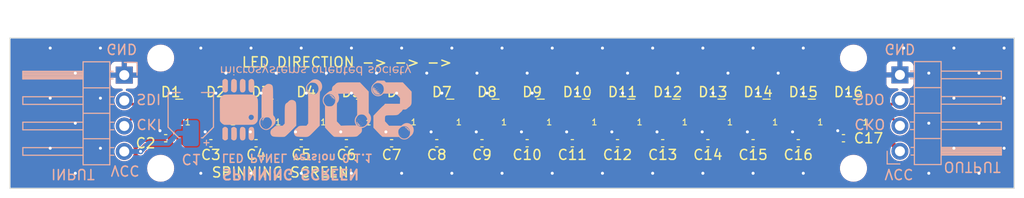
<source format=kicad_pcb>
(kicad_pcb (version 20221018) (generator pcbnew)
  (layers (0 "F.Cu" signal) (31 "B.Cu" signal) (34 "B.Paste" user) (35 "F.Paste" user) (36 "B.SilkS" user "B.Silkscreen") (37 "F.SilkS" user "F.Silkscreen") (38 "B.Mask" user) (39 "F.Mask" user) (44 "Edge.Cuts" user))
  (net 0 "")
  (net 1 "VCC")
  (net 2 "Net-(D1-CKO)")
  (net 3 "Net-(D1-SDO)")
  (net 4 "SDI")
  (net 5 "CKI")
  (net 6 "GND")
  (net 7 "Net-(D2-CKO)")
  (net 8 "Net-(D2-SDO)")
  (net 9 "Net-(D3-CKO)")
  (net 10 "Net-(D3-SDO)")
  (net 11 "Net-(D4-CKO)")
  (net 12 "Net-(D4-SDO)")
  (net 13 "Net-(D5-CKO)")
  (net 14 "Net-(D5-SDO)")
  (net 15 "Net-(D6-CKO)")
  (net 16 "Net-(D6-SDO)")
  (net 17 "Net-(D7-CKO)")
  (net 18 "Net-(D7-SDO)")
  (net 19 "/10x_Led/CKO")
  (net 20 "/10x_Led/SDO")
  (net 21 "Net-(D10-CKI)")
  (net 22 "Net-(D10-SDI)")
  (net 23 "Net-(D10-CKO)")
  (net 24 "Net-(D10-SDO)")
  (net 25 "Net-(D11-CKO)")
  (net 26 "Net-(D11-SDO)")
  (net 27 "Net-(D12-CKO)")
  (net 28 "Net-(D12-SDO)")
  (net 29 "Net-(D13-CKO)")
  (net 30 "Net-(D13-SDO)")
  (net 31 "Net-(D14-CKO)")
  (net 32 "Net-(D14-SDO)")
  (net 33 "Net-(D15-CKO)")
  (net 34 "Net-(D15-SDO)")
  (net 35 "CKO")
  (net 36 "SDO")
  (footprint "Capacitor_SMD:C_0402_1005Metric_Pad0.74x0.62mm_HandSolder" (layer "F.Cu") (at 111 79.5 180)
    (fp_text reference "C13")
    (fp_text value "100n" hide)
  )
  (footprint "LED_SMD:LED-APA102-2020" (layer "F.Cu") (at 98 76.5 180)
    (fp_text reference "D9")
    (fp_text value "APA102-2020" hide)
  )
  (footprint "LED_SMD:LED-APA102-2020" (layer "F.Cu") (at 111.5 76.5 180)
    (fp_text reference "D12")
    (fp_text value "APA102-2020" hide)
  )
  (footprint "MountingHole:MountingHole_2.2mm_M2_ISO7380" (layer "F.Cu") (at 130 71)
    (fp_text reference "H3" hide)
    (fp_text value "MountingHole" hide)
  )
  (footprint "Capacitor_SMD:C_0402_1005Metric_Pad0.74x0.62mm_HandSolder" (layer "F.Cu") (at 66 79.5 180)
    (fp_text reference "C3")
    (fp_text value "100n" hide)
  )
  (footprint "MountingHole:MountingHole_2.2mm_M2_ISO7380" (layer "F.Cu") (at 61 82)
    (fp_text reference "H1" hide)
    (fp_text value "MountingHole" hide)
  )
  (footprint "LED_SMD:LED-APA102-2020" (layer "F.Cu") (at 75.5 76.5 180)
    (fp_text reference "D4")
    (fp_text value "APA102-2020" hide)
  )
  (footprint "LED_SMD:LED-APA102-2020" (layer "F.Cu") (at 107 76.5 180)
    (fp_text reference "D11")
    (fp_text value "APA102-2020" hide)
  )
  (footprint "LED_SMD:LED-APA102-2020" (layer "F.Cu") (at 125 76.5 180)
    (fp_text reference "D15")
    (fp_text value "APA102-2020" hide)
  )
  (footprint "LED_SMD:LED-APA102-2020" (layer "F.Cu") (at 89 76.5 180)
    (fp_text reference "D7")
    (fp_text value "APA102-2020" hide)
  )
  (footprint "MountingHole:MountingHole_2.2mm_M2_ISO7380" (layer "F.Cu") (at 61 71)
    (fp_text reference "H2" hide)
    (fp_text value "MountingHole" hide)
  )
  (footprint "LED_SMD:LED-APA102-2020" (layer "F.Cu") (at 116 76.5 180)
    (fp_text reference "D13")
    (fp_text value "APA102-2020" hide)
  )
  (footprint "Capacitor_SMD:C_0402_1005Metric_Pad0.74x0.62mm_HandSolder" (layer "F.Cu") (at 129 79 180)
    (fp_text reference "C17")
    (fp_text value "100n" hide)
  )
  (footprint "Capacitor_SMD:C_0402_1005Metric_Pad0.74x0.62mm_HandSolder" (layer "F.Cu") (at 115.5 79.5 180)
    (fp_text reference "C14")
    (fp_text value "100n" hide)
  )
  (footprint "MountingHole:MountingHole_2.2mm_M2_ISO7380" (layer "F.Cu") (at 130 82)
    (fp_text reference "H4" hide)
    (fp_text value "MountingHole" hide)
  )
  (footprint "Capacitor_SMD:C_0402_1005Metric_Pad0.74x0.62mm_HandSolder" (layer "F.Cu") (at 88.5 79.5 180)
    (fp_text reference "C8")
    (fp_text value "100n" hide)
  )
  (footprint "LED_SMD:LED-APA102-2020" (layer "F.Cu") (at 71 76.5 180)
    (fp_text reference "D3")
    (fp_text value "APA102-2020" hide)
  )
  (footprint "Capacitor_SMD:C_0402_1005Metric_Pad0.74x0.62mm_HandSolder" (layer "F.Cu") (at 75 79.5 180)
    (fp_text reference "C5")
    (fp_text value "100n" hide)
  )
  (footprint "Capacitor_SMD:C_0402_1005Metric_Pad0.74x0.62mm_HandSolder" (layer "F.Cu") (at 93 79.5 180)
    (fp_text reference "C9")
    (fp_text value "100n" hide)
  )
  (footprint "LED_SMD:LED-APA102-2020" (layer "F.Cu") (at 84.5 76.5 180)
    (fp_text reference "D6")
    (fp_text value "APA102-2020" hide)
  )
  (footprint "LED_SMD:LED-APA102-2020" (layer "F.Cu") (at 62 76.5 180)
    (fp_text reference "D1")
    (fp_text value "APA102-2020" hide)
  )
  (footprint "LED_SMD:LED-APA102-2020" (layer "F.Cu") (at 120.5 76.5 180)
    (fp_text reference "D14")
    (fp_text value "APA102-2020" hide)
  )
  (footprint "LED_SMD:LED-APA102-2020" (layer "F.Cu") (at 93.5 76.5 180)
    (fp_text reference "D8")
    (fp_text value "APA102-2020" hide)
  )
  (footprint "Capacitor_SMD:C_0402_1005Metric_Pad0.74x0.62mm_HandSolder" (layer "F.Cu") (at 120 79.5 180)
    (fp_text reference "C15")
    (fp_text value "100n" hide)
  )
  (footprint "LED_SMD:LED-APA102-2020" (layer "F.Cu") (at 102.5 76.5 180)
    (fp_text reference "D10")
    (fp_text value "APA102-2020" hide)
  )
  (footprint "LED_SMD:LED-APA102-2020" (layer "F.Cu") (at 129.5 76.5 180)
    (fp_text reference "D16")
    (fp_text value "APA102-2020" hide)
  )
  (footprint "LED_SMD:LED-APA102-2020" (layer "F.Cu") (at 66.5 76.5 180)
    (fp_text reference "D2")
    (fp_text value "APA102-2020" hide)
  )
  (footprint "Capacitor_SMD:C_0402_1005Metric_Pad0.74x0.62mm_HandSolder" (layer "F.Cu") (at 70.5 79.5 180)
    (fp_text reference "C4")
    (fp_text value "100n" hide)
  )
  (footprint "Capacitor_SMD:C_0402_1005Metric_Pad0.74x0.62mm_HandSolder" (layer "F.Cu") (at 106.5 79.5 180)
    (fp_text reference "C12")
    (fp_text value "100n" hide)
  )
  (footprint "Capacitor_SMD:C_0402_1005Metric_Pad0.74x0.62mm_HandSolder" (layer "F.Cu") (at 79.5 79.5 180)
    (fp_text reference "C6")
    (fp_text value "100n" hide)
  )
  (footprint "Capacitor_SMD:C_0402_1005Metric_Pad0.74x0.62mm_HandSolder" (layer "F.Cu") (at 84 79.5 180)
    (fp_text reference "C7")
    (fp_text value "100n" hide)
  )
  (footprint "LED_SMD:LED-APA102-2020" (layer "F.Cu") (at 80 76.5 180)
    (fp_text reference "D5")
    (fp_text value "APA102-2020" hide)
  )
  (footprint "Capacitor_SMD:C_0402_1005Metric_Pad0.74x0.62mm_HandSolder" (layer "F.Cu") (at 102 79.5 180)
    (fp_text reference "C11")
    (fp_text value "100n" hide)
  )
  (footprint "Capacitor_SMD:C_0402_1005Metric_Pad0.74x0.62mm_HandSolder" (layer "F.Cu") (at 124.5 79.5 180)
    (fp_text reference "C16")
    (fp_text value "100n" hide)
  )
  (footprint "Capacitor_SMD:C_0402_1005Metric_Pad0.74x0.62mm_HandSolder" (layer "F.Cu") (at 97.5 79.5 180)
    (fp_text reference "C10")
    (fp_text value "100n" hide)
  )
  (footprint "Capacitor_SMD:C_0402_1005Metric_Pad0.74x0.62mm_HandSolder" (layer "F.Cu") (at 61.5 79 180)
    (fp_text reference "C2")
    (fp_text value "100n" hide)
  )
  (footprint "Capacitor_SMD:CP_Elec_4x5.4" (layer "B.Cu") (at 64 76.7 90)
    (fp_text reference "C1" hide)
    (fp_text value "10u" hide)
  )
  (footprint "Connector_PinHeader_2.54mm:PinHeader_1x04_P2.54mm_Horizontal" (layer "B.Cu") (at 57.375 72.7 180)
    (fp_text reference "J1" hide)
    (fp_text value "Conn_01x04" hide)
  )
  (footprint "MOS:mos" (layer "B.Cu") (at 76.5 75.5)
    (fp_text reference "H5" hide)
    (fp_text value "MountingHole" hide)
  )
  (footprint "Connector_PinHeader_2.54mm:PinHeader_1x04_P2.54mm_Horizontal_1" (layer "B.Cu") (at 134.625 80.3)
    (fp_text reference "J2" hide)
    (fp_text value "Conn_01x04" hide)
  )
  (gr_line (start 46 69) (end 146 69) (stroke (width 0.1)) (layer "Edge.Cuts"))
  (gr_line (start 46 69) (end 46 84) (stroke (width 0.1)) (layer "Edge.Cuts"))
  (gr_line (start 46 84) (end 146 84) (stroke (width 0.1)) (layer "Edge.Cuts"))
  (gr_line (start 146 84) (end 146 69) (stroke (width 0.1)) (layer "Edge.Cuts"))
  (gr_text "OUTPUT" (at 138.9 81.28 180) (layer "B.SilkS") (effects (font (size 1 1)) (justify left bottom mirror)))
  (gr_text "INPUT" (at 50 82 180) (layer "B.SilkS") (effects (font (size 1 1)) (justify left bottom mirror)))
  (gr_text "C1\n" (at 63 80.5 180) (layer "B.SilkS") (effects (font (size 1 1)) (justify left bottom mirror)))
  (gr_text "CKI" (at 58.5 77 180) (layer "B.SilkS") (effects (font (size 1 1)) (justify left bottom mirror)))
  (gr_text "SDI\n" (at 58.5 74.5 180) (layer "B.SilkS") (effects (font (size 1 1)) (justify left bottom mirror)))
  (gr_text "VCC" (at 133 82 180) (layer "B.SilkS") (effects (font (size 1 1)) (justify left bottom mirror)))
  (gr_text "SDO" (at 130 74.5 180) (layer "B.SilkS") (effects (font (size 1 1)) (justify left bottom mirror)))
  (gr_text "GND" (at 133 69.5 180) (layer "B.SilkS") (effects (font (size 1 1)) (justify left bottom mirror)))
  (gr_text "LED PANEL version 0.1.1" (at 67 80.5 180) (layer "B.SilkS") (effects (font (size 0.8 0.8)) (justify left bottom mirror)))
  (gr_text "GND\n" (at 55.5 69.5 180) (layer "B.SilkS") (effects (font (size 1 1)) (justify left bottom mirror)))
  (gr_text "CKO" (at 130 77 180) (layer "B.SilkS") (effects (font (size 1 1)) (justify left bottom mirror)))
  (gr_text "SPINNING SCREEN" (at 67 82 180) (layer "B.SilkS") (effects (font (size 1 1) (thickness 0.2)) (justify left bottom mirror)))
  (gr_text "VCC\n" (at 55.935 81.65 180) (layer "B.SilkS") (effects (font (size 1 1)) (justify left bottom mirror)))
  (gr_text "SPINNING SCREEN" (at 66 83) (layer "F.SilkS") (effects (font (size 1 1)) (justify left bottom)))
  (gr_text "LED DIRECTION -> -> ->" (at 69 72) (layer "F.SilkS") (effects (font (size 1 1)) (justify left bottom)))
  (segment (start 107.07 77.4) (end 107 77.33) (width 0.5) (layer "F.Cu") (net 1))
  (segment (start 80.25 79.3175) (end 80.0675 79.5) (width 0.25) (layer "F.Cu") (net 1))
  (segment (start 75.5 80.32) (end 80 80.32) (width 0.5) (layer "F.Cu") (net 1))
  (segment (start 66.57 77.4) (end 66.5 77.33) (width 0.5) (layer "F.Cu") (net 1))
  (segment (start 75.57 77.4) (end 75.5 77.33) (width 0.5) (layer "F.Cu") (net 1))
  (segment (start 89 77.33) (end 89 80.32) (width 0.5) (layer "F.Cu") (net 1))
  (segment (start 107 77.33) (end 107 80.32) (width 0.5) (layer "F.Cu") (net 1))
  (segment (start 129.57 77.49) (end 129.5 77.42) (width 0.5) (layer "F.Cu") (net 1))
  (segment (start 129.5 77.33) (end 129.5 78.9325) (width 0.5) (layer "F.Cu") (net 1))
  (segment (start 76.35 77.4) (end 75.57 77.4) (width 0.5) (layer "F.Cu") (net 1))
  (segment (start 71 80.32) (end 75.5 80.32) (width 0.5) (layer "F.Cu") (net 1))
  (segment (start 98.07 77.4) (end 98 77.33) (width 0.5) (layer "F.Cu") (net 1))
  (segment (start 85.35 77.4) (end 84.57 77.4) (width 0.5) (layer "F.Cu") (net 1))
  (segment (start 66.5 79.4325) (end 66.5675 79.5) (width 0.5) (layer "F.Cu") (net 1))
  (segment (start 111.5 77.33) (end 111.5 80.32) (width 0.5) (layer "F.Cu") (net 1))
  (segment (start 71 79.4325) (end 71.0675 79.5) (width 0.5) (layer "F.Cu") (net 1))
  (segment (start 102.5 80.32) (end 107 80.32) (width 0.5) (layer "F.Cu") (net 1))
  (segment (start 89.85 77.4) (end 89.07 77.4) (width 0.5) (layer "F.Cu") (net 1))
  (segment (start 116.85 77.4) (end 116.07 77.4) (width 0.5) (layer "F.Cu") (net 1))
  (segment (start 59.5 79.75) (end 62.68 79.75) (width 0.5) (layer "F.Cu") (net 1))
  (segment (start 98.85 77.4) (end 98.07 77.4) (width 0.5) (layer "F.Cu") (net 1))
  (segment (start 66.5675 79.5) (end 66.5 79.5675) (width 0.5) (layer "F.Cu") (net 1))
  (segment (start 130.35 77.4) (end 129.57 77.4) (width 0.5) (layer "F.Cu") (net 1))
  (segment (start 75.5 79.4325) (end 75.5675 79.5) (width 0.5) (layer "F.Cu") (net 1))
  (segment (start 120.57 77.4) (end 120.5 77.33) (width 0.5) (layer "F.Cu") (net 1))
  (segment (start 116.07 77.4) (end 116 77.33) (width 0.5) (layer "F.Cu") (net 1))
  (segment (start 125.85 77.4) (end 125.07 77.4) (width 0.5) (layer "F.Cu") (net 1))
  (segment (start 66.5 77.33) (end 66.5 79.4325) (width 0.5) (layer "F.Cu") (net 1))
  (segment (start 84.5 80.32) (end 89 80.32) (width 0.5) (layer "F.Cu") (net 1))
  (segment (start 67.35 77.4) (end 66.57 77.4) (width 0.5) (layer "F.Cu") (net 1))
  (segment (start 89 80.32) (end 93.5 80.32) (width 0.5) (layer "F.Cu") (net 1))
  (segment (start 71 79.5675) (end 71 80.32) (width 0.5) (layer "F.Cu") (net 1))
  (segment (start 84.57 77.4) (end 84.5 77.33) (width 0.5) (layer "F.Cu") (net 1))
  (segment (start 111.5 80.32) (end 116 80.32) (width 0.5) (layer "F.Cu") (net 1))
  (segment (start 125 77.33) (end 125 80.32) (width 0.5) (layer "F.Cu") (net 1))
  (segment (start 125.07 77.4) (end 125 77.33) (width 0.5) (layer "F.Cu") (net 1))
  (segment (start 120.5 80.32) (end 125 80.32) (width 0.5) (layer "F.Cu") (net 1))
  (segment (start 89.07 77.4) (end 89 77.33) (width 0.5) (layer "F.Cu") (net 1))
  (segment (start 71 77.33) (end 71 79.4325) (width 0.5) (layer "F.Cu") (net 1))
  (segment (start 62.68 79.75) (end 63.25 80.32) (width 0.5) (layer "F.Cu") (net 1))
  (segment (start 133.325 79) (end 134.625 80.3) (width 0.5) (layer "F.Cu") (net 1))
  (segment (start 102.5 77.33) (end 102.5 80.32) (width 0.5) (layer "F.Cu") (net 1))
  (segment (start 98.0675 80.2525) (end 98 80.32) (width 0.5) (layer "F.Cu") (net 1))
  (segment (start 129.5 78.9325) (end 129.5675 79) (width 0.5) (layer "F.Cu") (net 1))
  (segment (start 94.35 77.4) (end 93.57 77.4) (width 0.5) (layer "F.Cu") (net 1))
  (segment (start 98 79.4325) (end 98.0675 79.5) (width 0.5) (layer "F.Cu") (net 1))
  (segment (start 116 80.32) (end 120.5 80.32) (width 0.5) (layer "F.Cu") (net 1))
  (segment (start 103.35 77.4) (end 102.57 77.4) (width 0.5) (layer "F.Cu") (net 1))
  (segment (start 63.25 80.32) (end 66.5 80.32) (width 0.5) (layer "F.Cu") (net 1))
  (segment (start 129.5675 79.1825) (end 129.5675 79) (width 0.5) (layer "F.Cu") (net 1))
  (segment (start 71.0675 79.5) (end 71 79.5675) (width 0.5) (layer "F.Cu") (net 1))
  (segment (start 93.5 80.32) (end 98 80.32) (width 0.5) (layer "F.Cu") (net 1))
  (segment (start 129.57 77.4) (end 129.5 77.33) (width 0.5) (layer "F.Cu") (net 1))
  (segment (start 98 77.33) (end 98 79.4325) (width 0.5) (layer "F.Cu") (net 1))
  (segment (start 80.85 77.4) (end 80.07 77.4) (width 0.5) (layer "F.Cu") (net 1))
  (segment (start 66.5 79.5675) (end 66.5 80.32) (width 0.5) (layer "F.Cu") (net 1))
  (segment (start 116 77.33) (end 116 80.32) (width 0.5) (layer "F.Cu") (net 1))
  (segment (start 134.605 80.32) (end 134.625 80.3) (width 0.5) (layer "F.Cu") (net 1))
  (segment (start 71.85 77.4) (end 71.07 77.4) (width 0.5) (layer "F.Cu") (net 1))
  (segment (start 111.57 77.4) (end 111.5 77.33) (width 0.5) (layer "F.Cu") (net 1))
  (segment (start 129.5675 79) (end 133.325 79) (width 0.5) (layer "F.Cu") (net 1))
  (segment (start 98 80.32) (end 102.5 80.32) (width 0.5) (layer "F.Cu") (net 1))
  (segment (start 75.5 77.33) (end 75.5 80.32) (width 0.5) (layer "F.Cu") (net 1))
  (segment (start 75.5675 79.5) (end 75.5 79.5675) (width 0.25) (layer "F.Cu") (net 1))
  (segment (start 107 80.32) (end 111.5 80.32) (width 0.5) (layer "F.Cu") (net 1))
  (segment (start 102.57 77.4) (end 102.5 77.33) (width 0.5) (layer "F.Cu") (net 1))
  (segment (start 120.5 77.33) (end 120.5 80.32) (width 0.5) (layer "F.Cu") (net 1))
  (segment (start 62.85 77.4) (end 62.07 77.4) (width 0.5) (layer "F.Cu") (net 1))
  (segment (start 80.07 77.4) (end 80 77.33) (width 0.5) (layer "F.Cu") (net 1))
  (segment (start 121.35 77.4) (end 120.57 77.4) (width 0.5) (layer "F.Cu") (net 1))
  (segment (start 107.85 77.4) (end 107.07 77.4) (width 0.5) (layer "F.Cu") (net 1))
  (segment (start 59 80.32) (end 59 80.25) (width 0.5) (layer "F.Cu") (net 1))
  (segment (start 112.35 77.4) (end 111.57 77.4) (width 0.5) (layer "F.Cu") (net 1))
  (segment (start 93.57 77.4) (end 93.5 77.33) (width 0.5) (layer "F.Cu") (net 1))
  (segment (start 66.5 80.32) (end 71 80.32) (width 0.5) (layer "F.Cu") (net 1))
  (segment (start 93.5 77.33) (end 93.5 80.32) (width 0.5) (layer "F.Cu") (net 1))
  (segment (start 128.75 80) (end 129.5675 79.1825) (width 0.5) (layer "F.Cu") (net 1))
  (segment (start 62 77.33) (end 62 79.4325) (width 0.5) (layer "F.Cu") (net 1))
  (segment (start 80 77.33) (end 80 80.32) (width 0.5) (layer "F.Cu") (net 1))
  (segment (start 80 80.32) (end 84.5 80.32) (width 0.5) (layer "F.Cu") (net 1))
  (segment (start 62.07 77.4) (end 62 77.33) (width 0.5) (layer "F.Cu") (net 1))
  (segment (start 128 80) (end 128.75 80) (width 0.5) (layer "F.Cu") (net 1))
  (segment (start 59 80.25) (end 59.5 79.75) (width 0.5) (layer "F.Cu") (net 1))
  (segment (start 127.68 80.32) (end 128 80) (width 0.5) (layer "F.Cu") (net 1))
  (segment (start 71.07 77.4) (end 71 77.33) (width 0.5) (layer "F.Cu") (net 1))
  (segment (start 84.5 77.33) (end 84.5 80.32) (width 0.5) (layer "F.Cu") (net 1))
  (segment (start 98.0675 79.5) (end 98.0675 80.2525) (width 0.5) (layer "F.Cu") (net 1))
  (segment (start 125 80.32) (end 127.68 80.32) (width 0.5) (layer "F.Cu") (net 1))
  (via (at 59 80.32) (size 0.56) (drill 0.3) (layers "F.Cu" "B.Cu") (net 1))
  (segment (start 57.375 80.32) (end 59 80.32) (width 0.5) (layer "B.Cu") (net 1))
  (segment (start 61.75 79.5) (end 62.75 78.5) (width 0.5) (layer "B.Cu") (net 1))
  (segment (start 59 80.32) (end 59.82 79.5) (width 0.5) (layer "B.Cu") (net 1))
  (segment (start 62.75 78.5) (end 64 78.5) (width 0.5) (layer "B.Cu") (net 1))
  (segment (start 59.82 79.5) (end 61.75 79.5) (width 0.5) (layer "B.Cu") (net 1))
  (segment (start 62.85 76.5) (end 65.65 76.5) (width 0.25) (layer "F.Cu") (net 2))
  (segment (start 62.85 75.6) (end 65.65 75.6) (width 0.25) (layer "F.Cu") (net 3))
  (segment (start 61.15 75.6) (end 57.735 75.6) (width 0.25) (layer "F.Cu") (net 4))
  (segment (start 57.735 75.6) (end 57.375 75.24) (width 0.25) (layer "F.Cu") (net 4))
  (segment (start 61.15 76.5) (end 58.655 76.5) (width 0.25) (layer "F.Cu") (net 5))
  (segment (start 58.655 76.5) (end 57.375 77.78) (width 0.25) (layer "F.Cu") (net 5))
  (segment (start 98 74.5) (end 98 75.91) (width 0.5) (layer "F.Cu") (net 6))
  (segment (start 128.4325 77.7075) (end 128.4325 79) (width 0.5) (layer "F.Cu") (net 6))
  (segment (start 120.5 74.5) (end 120.5 75.91) (width 0.5) (layer "F.Cu") (net 6))
  (segment (start 125 74.5) (end 125 75.91) (width 0.5) (layer "F.Cu") (net 6))
  (segment (start 111.5 74.5) (end 111.5 75.91) (width 0.5) (layer "F.Cu") (net 6))
  (segment (start 65.4325 79.5) (end 65.4325 77.6175) (width 0.5) (layer "F.Cu") (net 6))
  (segment (start 110.4325 77.6175) (end 110.65 77.4) (width 0.5) (layer "F.Cu") (net 6))
  (segment (start 114.9325 77.6175) (end 115.15 77.4) (width 0.5) (layer "F.Cu") (net 6))
  (segment (start 93.5 74.5) (end 93.5 75.91) (width 0.5) (layer "F.Cu") (net 6))
  (segment (start 66.5 74.5) (end 66.5 75.91) (width 0.5) (layer "F.Cu") (net 6))
  (segment (start 71 74.5) (end 71 75.91) (width 0.5) (layer "F.Cu") (net 6))
  (segment (start 74.4325 79.5) (end 74.4325 77.6175) (width 0.5) (layer "F.Cu") (net 6))
  (segment (start 96.9325 79.5) (end 96.9325 77.6175) (width 0.5) (layer "F.Cu") (net 6))
  (segment (start 87.9325 77.6175) (end 88.15 77.4) (width 0.5) (layer "F.Cu") (net 6))
  (segment (start 61.15 77.4) (end 60.9325 77.6175) (width 0.5) (layer "F.Cu") (net 6))
  (segment (start 102.5 74.5) (end 102.5 75.91) (width 0.5) (layer "F.Cu") (net 6))
  (segment (start 123.9325 77.6175) (end 124.15 77.4) (width 0.5) (layer "F.Cu") (net 6))
  (segment (start 78.9325 79.5) (end 78.9325 77.6175) (width 0.5) (layer "F.Cu") (net 6))
  (segment (start 101.4325 79.5) (end 101.4325 77.6175) (width 0.5) (layer "F.Cu") (net 6))
  (segment (start 110.4325 79.5) (end 110.4325 77.6175) (width 0.5) (layer "F.Cu") (net 6))
  (segment (start 107 74.5) (end 107 75.91) (width 0.5) (layer "F.Cu") (net 6))
  (segment (start 114.9325 79.5) (end 114.9325 77.6175) (width 0.5) (layer "F.Cu") (net 6))
  (segment (start 101.4325 77.6175) (end 101.65 77.4) (width 0.5) (layer "F.Cu") (net 6))
  (segment (start 119.4325 77.6175) (end 119.65 77.4) (width 0.5) (layer "F.Cu") (net 6))
  (segment (start 84.5 74.5) (end 84.5 75.91) (width 0.5) (layer "F.Cu") (net 6))
  (segment (start 83.4325 79.5) (end 83.4325 77.6175) (width 0.5) (layer "F.Cu") (net 6))
  (segment (start 60.9325 77.6175) (end 60.9325 79) (width 0.5) (layer "F.Cu") (net 6))
  (segment (start 69.9325 77.6175) (end 70.15 77.4) (width 0.5) (layer "F.Cu") (net 6))
  (segment (start 75.5 74.5) (end 75.5 75.91) (width 0.5) (layer "F.Cu") (net 6))
  (segment (start 89 74.5) (end 89 75.91) (width 0.5) (layer "F.Cu") (net 6))
  (segment (start 128.4325 77.7075) (end 128.65 77.49) (width 0.5) (layer "F.Cu") (net 6))
  (segment (start 74.4325 77.6175) (end 74.65 77.4) (width 0.5) (layer "F.Cu") (net 6))
  (segment (start 116 74.5) (end 116 75.91) (width 0.5) (layer "F.Cu") (net 6))
  (segment (start 69.9325 79.5) (end 69.9325 77.6175) (width 0.5) (layer "F.Cu") (net 6))
  (segment (start 78.9325 77.6175) (end 79.15 77.4) (width 0.5) (layer "F.Cu") (net 6))
  (segment (start 92.4325 79.5) (end 92.4325 77.6175) (width 0.5) (layer "F.Cu") (net 6))
  (segment (start 65.4325 77.6175) (end 65.65 77.4) (width 0.5) (layer "F.Cu") (net 6))
  (segment (start 87.9325 79.5) (end 87.9325 77.6175) (width 0.5) (layer "F.Cu") (net 6))
  (segment (start 83.4325 77.6175) (end 83.65 77.4) (width 0.5) (layer "F.Cu") (net 6))
  (segment (start 96.9325 77.6175) (end 97.15 77.4) (width 0.5) (layer "F.Cu") (net 6))
  (segment (start 119.4325 79.5) (end 119.4325 77.6175) (width 0.5) (layer "F.Cu") (net 6))
  (segment (start 80 74.5) (end 80 75.91) (width 0.5) (layer "F.Cu") (net 6))
  (segment (start 92.4325 77.6175) (end 92.65 77.4) (width 0.5) (layer "F.Cu") (net 6))
  (segment (start 123.9325 79.5) (end 123.9325 77.6175) (width 0.5) (layer "F.Cu") (net 6))
  (segment (start 129.5 74.5) (end 129.5 75.91) (width 0.5) (layer "F.Cu") (net 6))
  (segment (start 105.9325 77.6175) (end 106.15 77.4) (width 0.5) (layer "F.Cu") (net 6))
  (segment (start 105.9325 79.5) (end 105.9325 77.6175) (width 0.5) (layer "F.Cu") (net 6))
  (segment (start 62 75.91) (end 62 74.5) (width 0.5) (layer "F.Cu") (net 6))
  (via (at 115 70) (size 0.56) (drill 0.3) (layers "F.Cu" "B.Cu") (net 6))
  (via (at 116 74.5) (size 0.56) (drill 0.3) (layers "F.Cu" "B.Cu") (net 6))
  (via (at 137.5 77.5) (size 0.56) (drill 0.3) (layers "F.Cu" "B.Cu") (net 6))
  (via (at 77.5 72.5) (size 0.56) (drill 0.3) (layers "F.Cu" "B.Cu") (net 6))
  (via (at 80 70) (size 0.56) (drill 0.3) (layers "F.Cu" "B.Cu") (net 6))
  (via (at 120 82.5) (size 0.56) (drill 0.3) (layers "F.Cu" "B.Cu") (net 6))
  (via (at 105.9325 78.3675) (size 0.56) (drill 0.3) (layers "F.Cu" "B.Cu") (net 6))
  (via (at 75.5 74.5) (size 0.56) (drill 0.3) (layers "F.Cu" "B.Cu") (net 6))
  (via (at 83.4325 78.3675) (size 0.56) (drill 0.3) (layers "F.Cu" "B.Cu") (net 6))
  (via (at 60.9325 78.25) (size 0.56) (drill 0.3) (layers "F.Cu" "B.Cu") (net 6))
  (via (at 50 80) (size 0.56) (drill 0.3) (layers "F.Cu" "B.Cu") (net 6))
  (via (at 115 82.5) (size 0.56) (drill 0.3) (layers "F.Cu" "B.Cu") (net 6))
  (via (at 78.9325 78.3675) (size 0.56) (drill 0.3) (layers "F.Cu" "B.Cu") (net 6))
  (via (at 80 82.5) (size 0.56) (drill 0.3) (layers "F.Cu" "B.Cu") (net 6))
  (via (at 107 74.5) (size 0.56) (drill 0.3) (layers "F.Cu" "B.Cu") (net 6))
  (via (at 66.5 74.5) (size 0.56) (drill 0.3) (layers "F.Cu" "B.Cu") (net 6))
  (via (at 52.5 72.5) (size 0.56) (drill 0.3) (layers "F.Cu" "B.Cu") (net 6))
  (via (at 145 75) (size 0.56) (drill 0.3) (layers "F.Cu" "B.Cu") (net 6))
  (via (at 110 82.5) (size 0.56) (drill 0.3) (layers "F.Cu" "B.Cu") (net 6))
  (via (at 117.5 72.5) (size 0.56) (drill 0.3) (layers "F.Cu" "B.Cu") (net 6))
  (via (at 142.5 77.5) (size 0.56) (drill 0.3) (layers "F.Cu" "B.Cu") (net 6))
  (via (at 100 82.5) (size 0.56) (drill 0.3) (layers "F.Cu" "B.Cu") (net 6))
  (via (at 92.4325 78.3675) (size 0.56) (drill 0.3) (layers "F.Cu" "B.Cu") (net 6))
  (via (at 125 82.5) (size 0.56) (drill 0.3) (layers "F.Cu" "B.Cu") (net 6))
  (via (at 80 74.5) (size 0.56) (drill 0.3) (layers "F.Cu" "B.Cu") (net 6))
  (via (at 120 70) (size 0.56) (drill 0.3) (layers "F.Cu" "B.Cu") (net 6))
  (via (at 97.5 72.5) (size 0.56) (drill 0.3) (layers "F.Cu" "B.Cu") (net 6))
  (via (at 96.9325 78.3675) (size 0.56) (drill 0.3) (layers "F.Cu" "B.Cu") (net 6))
  (via (at 71 74.5) (size 0.56) (drill 0.3) (layers "F.Cu" "B.Cu") (net 6))
  (via (at 87.9325 78.3675) (size 0.56) (drill 0.3) (layers "F.Cu" "B.Cu") (net 6))
  (via (at 52.5 77.5) (size 0.56) (drill 0.3) (layers "F.Cu" "B.Cu") (net 6))
  (via (at 122.5 72.5) (size 0.56) (drill 0.3) (layers "F.Cu" "B.Cu") (net 6))
  (via (at 135 70) (size 0.56) (drill 0.3) (layers "F.Cu" "B.Cu") (net 6))
  (via (at 125 70) (size 0.56) (drill 0.3) (layers "F.Cu" "B.Cu") (net 6))
  (via (at 69.9325 78.3675) (size 0.56) (drill 0.3) (layers "F.Cu" "B.Cu") (net 6))
  (via (at 75 82.5) (size 0.56) (drill 0.3) (layers "F.Cu" "B.Cu") (net 6))
  (via (at 75 70) (size 0.56) (drill 0.3) (layers "F.Cu" "B.Cu") (net 6))
  (via (at 65 82.5) (size 0.56) (drill 0.3) (layers "F.Cu" "B.Cu") (net 6))
  (via (at 105 70) (size 0.56) (drill 0.3) (layers "F.Cu" "B.Cu") (net 6))
  (via (at 65 70) (size 0.56) (drill 0.3) (layers "F.Cu" "B.Cu") (net 6))
  (via (at 87.5 72.5) (size 0.56) (drill 0.3) (layers "F.Cu" "B.Cu") (net 6))
  (via (at 92.5 72.5) (size 0.56) (drill 0.3) (layers "F.Cu" "B.Cu") (net 6))
  (via (at 74.4325 78.3675) (size 0.56) (drill 0.3) (layers "F.Cu" "B.Cu") (net 6))
  (via (at 111.5 74.5) (size 0.56) (drill 0.3) (layers "F.Cu" "B.Cu") (net 6))
  (via (at 95 82.5) (size 0.56) (drill 0.3) (layers "F.Cu" "B.Cu") (net 6))
  (via (at 72.5 72.5) (size 0.56) (drill 0.3) (layers "F.Cu" "B.Cu") (net 6))
  (via (at 90 82.5) (size 0.56) (drill 0.3) (layers "F.Cu" "B.Cu") (net 6))
  (via (at 114.9325 78.3675) (size 0.56) (drill 0.3) (layers "F.Cu" "B.Cu") (net 6))
  (via (at 142.5 82.5) (size 0.56) (drill 0.3) (layers "F.Cu" "B.Cu") (net 6))
  (via (at 129.5 74.5) (size 0.56) (drill 0.3) (layers "F.Cu" "B.Cu") (net 6))
  (via (at 145 80) (size 0.56) (drill 0.3) (layers "F.Cu" "B.Cu") (net 6))
  (via (at 137.5 82.5) (size 0.56) (drill 0.3) (layers "F.Cu" "B.Cu") (net 6))
  (via (at 110.4325 78.3675) (size 0.56) (drill 0.3) (layers "F.Cu" "B.Cu") (net 6))
  (via (at 145 70) (size 0.56) (drill 0.3) (layers "F.Cu" "B.Cu") (net 6))
  (via (at 50 70) (size 0.56) (drill 0.3) (layers "F.Cu" "B.Cu") (net 6))
  (via (at 119.4325 78.3675) (size 0.56) (drill 0.3) (layers "F.Cu" "B.Cu") (net 6))
  (via (at 128.4325 78.25) (size 0.56) (drill 0.3) (layers "F.Cu" "B.Cu") (net 6))
  (via (at 90 70) (size 0.56) (drill 0.3) (layers "F.Cu" "B.Cu") (net 6))
  (via (at 137.5 72.5) (size 0.56) (drill 0.3) (layers "F.Cu" "B.Cu") (net 6))
  (via (at 89 74.5) (size 0.56) (drill 0.3) (layers "F.Cu" "B.Cu") (net 6))
  (via (at 84.5 74.5) (size 0.56) (drill 0.3) (layers "F.Cu" "B.Cu") (net 6))
  (via (at 82.5 72.5) (size 0.56) (drill 0.3) (layers "F.Cu" "B.Cu") (net 6))
  (via (at 55 80) (size 0.56) (drill 0.3) (layers "F.Cu" "B.Cu") (net 6))
  (via (at 85 70) (size 0.56) (drill 0.3) (layers "F.Cu" "B.Cu") (net 6))
  (via (at 140 80) (size 0.56) (drill 0.3) (layers "F.Cu" "B.Cu") (net 6))
  (via (at 120.5 74.5) (size 0.56) (drill 0.3) (layers "F.Cu" "B.Cu") (net 6))
  (via (at 95 70) (size 0.56) (drill 0.3) (layers "F.Cu" "B.Cu") (net 6))
  (via (at 110 70) (size 0.56) (drill 0.3) (layers "F.Cu" "B.Cu") (net 6))
  (via (at 142.5 72.5) (size 0.56) (drill 0.3) (layers "F.Cu" "B.Cu") (net 6))
  (via (at 98 74.5) (size 0.56) (drill 0.3) (layers "F.Cu" "B.Cu") (net 6))
  (via (at 55 75) (size 0.56) (drill 0.3) (layers "F.Cu" "B.Cu") (net 6))
  (via (at 101.4325 78.3675) (size 0.56) (drill 0.3) (layers "F.Cu" "B.Cu") (net 6))
  (via (at 140 70) (size 0.56) (drill 0.3) (layers "F.Cu" "B.Cu") (net 6))
  (via (at 123.9325 78.3675) (size 0.56) (drill 0.3) (layers "F.Cu" "B.Cu") (net 6))
  (via (at 70 82.5) (size 0.56) (drill 0.3) (layers "F.Cu" "B.Cu") (net 6))
  (via (at 112.5 72.5) (size 0.56) (drill 0.3) (layers "F.Cu" "B.Cu") (net 6))
  (via (at 125 74.5) (size 0.56) (drill 0.3) (layers "F.Cu" "B.Cu") (net 6))
  (via (at 100 70) (size 0.56) (drill 0.3) (layers "F.Cu" "B.Cu") (net 6))
  (via (at 102.5 72.5) (size 0.56) (drill 0.3) (layers "F.Cu" "B.Cu") (net 6))
  (via (at 52.5 82.5) (size 0.56) (drill 0.3) (layers "F.Cu" "B.Cu") (net 6))
  (via (at 93.5 74.5) (size 0.56) (drill 0.3) (layers "F.Cu" "B.Cu") (net 6))
  (via (at 140 75) (size 0.56) (drill 0.3) (layers "F.Cu" "B.Cu") (net 6))
  (via (at 102.5 74.5) (size 0.56) (drill 0.3) (layers "F.Cu" "B.Cu") (net 6))
  (via (at 70 70) (size 0.56) (drill 0.3) (layers "F.Cu" "B.Cu") (net 6))
  (via (at 50 75) (size 0.56) (drill 0.3) (layers "F.Cu" "B.Cu") (net 6))
  (via (at 55 70) (size 0.56) (drill 0.3) (layers "F.Cu" "B.Cu") (net 6))
  (via (at 65.4325 78.3675) (size 0.56) (drill 0.3) (layers "F.Cu" "B.Cu") (net 6))
  (via (at 85 82.5) (size 0.56) (drill 0.3) (layers "F.Cu" "B.Cu") (net 6))
  (via (at 67.5 72.5) (size 0.56) (drill 0.3) (layers "F.Cu" "B.Cu") (net 6))
  (via (at 107.5 72.5) (size 0.56) (drill 0.3) (layers "F.Cu" "B.Cu") (net 6))
  (via (at 62 74.5) (size 0.56) (drill 0.3) (layers "F.Cu" "B.Cu") (net 6))
  (via (at 105 82.5) (size 0.56) (drill 0.3) (layers "F.Cu" "B.Cu") (net 6))
  (segment (start 67.35 76.5) (end 70.15 76.5) (width 0.25) (layer "F.Cu") (net 7))
  (segment (start 67.35 75.6) (end 70.15 75.6) (width 0.25) (layer "F.Cu") (net 8))
  (segment (start 71.85 76.5) (end 74.65 76.5) (width 0.25) (layer "F.Cu") (net 9))
  (segment (start 71.85 75.6) (end 74.65 75.6) (width 0.25) (layer "F.Cu") (net 10))
  (segment (start 76.35 76.5) (end 79.15 76.5) (width 0.25) (layer "F.Cu") (net 11))
  (segment (start 76.35 75.6) (end 79.15 75.6) (width 0.25) (layer "F.Cu") (net 12))
  (segment (start 80.85 76.5) (end 83.65 76.5) (width 0.25) (layer "F.Cu") (net 13))
  (segment (start 80.85 75.6) (end 83.65 75.6) (width 0.25) (layer "F.Cu") (net 14))
  (segment (start 85.35 76.5) (end 88.15 76.5) (width 0.25) (layer "F.Cu") (net 15))
  (segment (start 85.35 75.6) (end 88.15 75.6) (width 0.25) (layer "F.Cu") (net 16))
  (segment (start 89.85 76.5) (end 92.65 76.5) (width 0.25) (layer "F.Cu") (net 17))
  (segment (start 89.85 75.6) (end 92.65 75.6) (width 0.25) (layer "F.Cu") (net 18))
  (segment (start 94.35 76.5) (end 97.15 76.5) (width 0.25) (layer "F.Cu") (net 19))
  (segment (start 94.35 75.6) (end 97.15 75.6) (width 0.25) (layer "F.Cu") (net 20))
  (segment (start 98.85 76.5) (end 101.65 76.5) (width 0.25) (layer "F.Cu") (net 21))
  (segment (start 98.85 75.6) (end 101.65 75.6) (width 0.25) (layer "F.Cu") (net 22))
  (segment (start 103.35 76.5) (end 106.15 76.5) (width 0.25) (layer "F.Cu") (net 23))
  (segment (start 103.35 75.6) (end 106.15 75.6) (width 0.25) (layer "F.Cu") (net 24))
  (segment (start 107.85 76.5) (end 110.65 76.5) (width 0.25) (layer "F.Cu") (net 25))
  (segment (start 107.85 75.6) (end 110.65 75.6) (width 0.25) (layer "F.Cu") (net 26))
  (segment (start 112.35 76.5) (end 115.15 76.5) (width 0.25) (layer "F.Cu") (net 27))
  (segment (start 112.35 75.6) (end 115.15 75.6) (width 0.25) (layer "F.Cu") (net 28))
  (segment (start 116.85 76.5) (end 119.65 76.5) (width 0.25) (layer "F.Cu") (net 29))
  (segment (start 116.85 75.6) (end 119.65 75.6) (width 0.25) (layer "F.Cu") (net 30))
  (segment (start 121.35 76.5) (end 124.15 76.5) (width 0.25) (layer "F.Cu") (net 31))
  (segment (start 121.35 75.6) (end 124.15 75.6) (width 0.25) (layer "F.Cu") (net 32))
  (segment (start 125.85 76.5) (end 128.65 76.5) (width 0.25) (layer "F.Cu") (net 33))
  (segment (start 128.56 75.6) (end 128.65 75.69) (width 0.25) (layer "F.Cu") (net 34))
  (segment (start 125.85 75.6) (end 128.56 75.6) (width 0.25) (layer "F.Cu") (net 34))
  (segment (start 130.35 76.5) (end 133.365 76.5) (width 0.25) (layer "F.Cu") (net 35))
  (segment (start 133.365 76.5) (end 134.625 77.76) (width 0.25) (layer "F.Cu") (net 35))
  (segment (start 134.245 75.6) (end 134.625 75.22) (width 0.25) (layer "F.Cu") (net 36))
  (segment (start 130.35 75.6) (end 134.245 75.6) (width 0.25) (layer "F.Cu") (net 36))
  (zone (net 6) (net_name "GND") (layers "F&B.Cu") (connect_pads thru_hole_only (clearance 0)) (min_thickness 0.25) (fill yes (thermal_gap 0.5) (thermal_bridge_width 0.5))
    (polygon (pts (xy 45 68) (xy 147 68) (xy 147 85) (xy 45 85)))
  )
)
</source>
